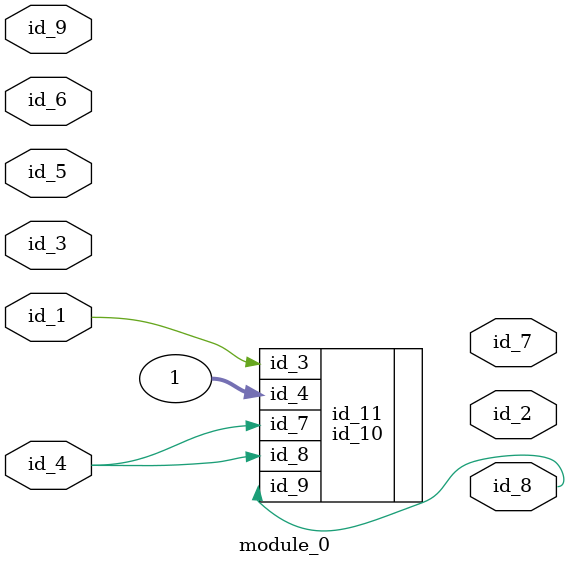
<source format=v>
`timescale 1ps / 1 ps
module module_0 (
    id_1,
    id_2,
    id_3,
    id_4,
    id_5,
    id_6,
    id_7,
    id_8,
    id_9
);
  input id_9;
  output id_8;
  output id_7;
  input id_6;
  input id_5;
  input id_4;
  input id_3;
  output id_2;
  input id_1;
  id_10 id_11 (
      .id_9(id_8),
      .id_3(id_1),
      .id_7(id_4),
      .id_4(1),
      .id_8(id_4)
  );
endmodule

</source>
